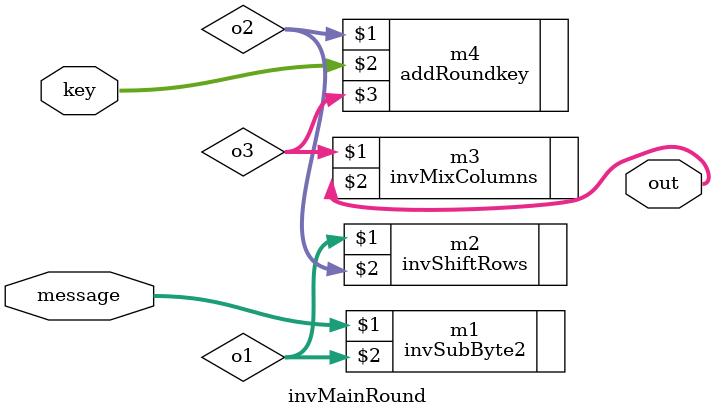
<source format=v>
module invMainRound(message,key,out);

input [127:0]message,key;
output [127:0]out;

wire [127:0]o1,o2,o3;

invSubByte2 m1(message,o1);
invShiftRows m2(o1,o2);

addRoundkey m4(o2,key,o3);
invMixColumns m3(o3,out);


endmodule

</source>
